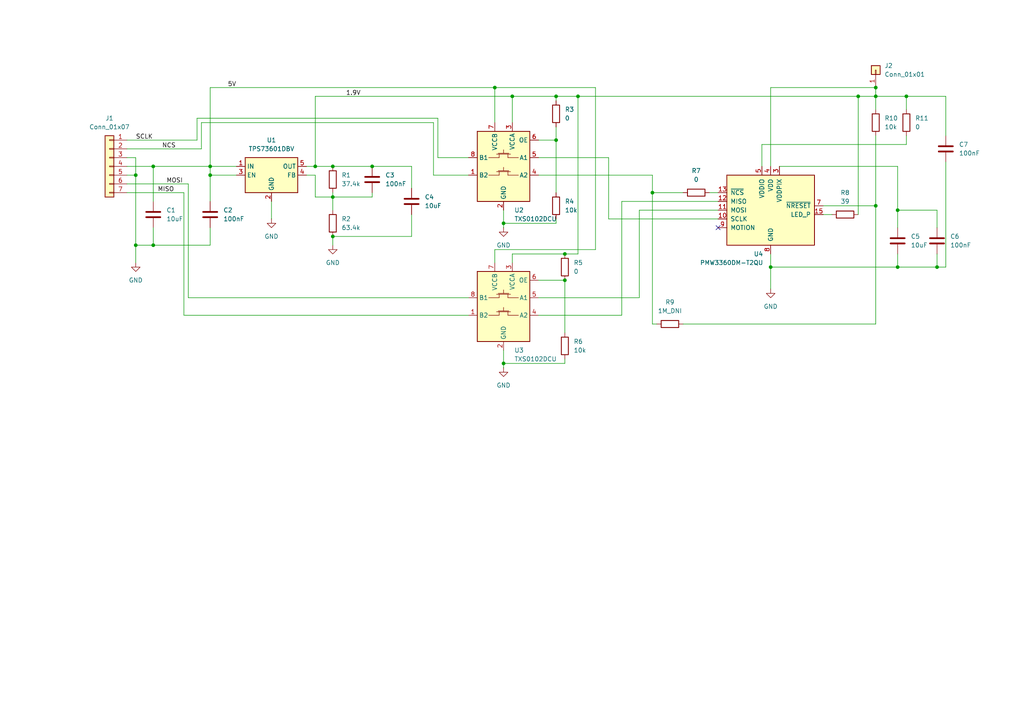
<source format=kicad_sch>
(kicad_sch (version 20250114) (generator "eeschema") (generator_version "9.0")
  (paper "A4")
  (title_block (title "Keyball Trackball PCB") (date "2025-11-21") (rev "1.0"))
  (lib_symbols
    (symbol "Connector_Generic:Conn_01x01" (pin_names (offset 1.016) (hide yes))
      (property "Reference" "J" (at 0 2.54 0))
      (property "Value" "Conn_01x01" (at 0 -2.54 0))
      (symbol "Conn_01x01_1_1"
        (rectangle (start -1.27 1.27) (end 1.27 -1.27) (stroke (width 0.254)) (fill (type background)))
        (rectangle (start -1.27 0.127) (end 0 -0.127) (stroke (width 0.1524)))
        (pin passive line (at -5.08 0 0) (length 3.81) (name "Pin_1") (number "1"))
      )
    )
    (symbol "Connector_Generic:Conn_01x07" (pin_names (offset 1.016) (hide yes))
      (property "Reference" "J" (at 0 10.16 0))
      (property "Value" "Conn_01x07" (at 0 -10.16 0))
      (symbol "Conn_01x07_1_1"
        (rectangle (start -1.27 8.89) (end 1.27 -8.89) (stroke (width 0.254)) (fill (type background)))
        (rectangle (start -1.27 7.747) (end 0 7.493) (stroke (width 0.1524)))
        (rectangle (start -1.27 5.207) (end 0 4.953) (stroke (width 0.1524)))
        (rectangle (start -1.27 2.667) (end 0 2.413) (stroke (width 0.1524)))
        (rectangle (start -1.27 0.127) (end 0 -0.127) (stroke (width 0.1524)))
        (rectangle (start -1.27 -2.413) (end 0 -2.667) (stroke (width 0.1524)))
        (rectangle (start -1.27 -4.953) (end 0 -5.207) (stroke (width 0.1524)))
        (rectangle (start -1.27 -7.493) (end 0 -7.747) (stroke (width 0.1524)))
        (pin passive line (at -5.08 7.62 0) (length 3.81) (name "Pin_1") (number "1"))
        (pin passive line (at -5.08 5.08 0) (length 3.81) (name "Pin_2") (number "2"))
        (pin passive line (at -5.08 2.54 0) (length 3.81) (name "Pin_3") (number "3"))
        (pin passive line (at -5.08 0 0) (length 3.81) (name "Pin_4") (number "4"))
        (pin passive line (at -5.08 -2.54 0) (length 3.81) (name "Pin_5") (number "5"))
        (pin passive line (at -5.08 -5.08 0) (length 3.81) (name "Pin_6") (number "6"))
        (pin passive line (at -5.08 -7.62 0) (length 3.81) (name "Pin_7") (number "7"))
      )
    )
    (symbol "Device:C" (pin_numbers (hide yes)) (pin_names (offset 0.254))
      (property "Reference" "C" (at 0.635 2.54 0))
      (property "Value" "C" (at 0.635 -2.54 0))
      (symbol "C_0_1"
        (polyline (pts (xy -2.032 0.762) (xy 2.032 0.762)) (stroke (width 0.508)))
        (polyline (pts (xy -2.032 -0.762) (xy 2.032 -0.762)) (stroke (width 0.508)))
      )
      (symbol "C_1_1"
        (pin passive line (at 0 3.81 270) (length 2.794) (name "~") (number "1"))
        (pin passive line (at 0 -3.81 90) (length 2.794) (name "~") (number "2"))
      )
    )
    (symbol "Device:R" (pin_numbers (hide yes)) (pin_names (offset 0))
      (property "Reference" "R" (at 2.032 0 90))
      (property "Value" "R" (at 0 0 90))
      (symbol "R_0_1"
        (rectangle (start -1.016 -2.54) (end 1.016 2.54) (stroke (width 0.254)))
      )
      (symbol "R_1_1"
        (pin passive line (at 0 3.81 270) (length 1.27) (name "~") (number "1"))
        (pin passive line (at 0 -3.81 90) (length 1.27) (name "~") (number "2"))
      )
    )
    (symbol "Logic_LevelTranslator:TXS0102DCU"
      (property "Reference" "U" (at -6.35 11.43 0))
      (property "Value" "TXS0102DCU" (at 3.81 11.43 0))
      (symbol "TXS0102DCU_0_1"
        (rectangle (start -7.62 10.16) (end 7.62 -10.16) (stroke (width 0.254)) (fill (type background)))
        (polyline (pts (xy -4.318 -2.54) (xy -1.27 -2.54)))
        (polyline (pts (xy -2.032 -1.524) (xy 2.032 -1.524)))
        (polyline (pts (xy -1.524 -1.27) (xy 1.524 -1.27)))
        (polyline (pts (xy -1.27 -2.54) (xy -1.27 -1.524)))
        (polyline (pts (xy 0 -1.27) (xy 0 -0.254)))
        (polyline (pts (xy 1.27 -2.54) (xy 1.27 -1.524)))
        (polyline (pts (xy 4.318 -2.54) (xy 1.27 -2.54)))
      )
      (symbol "TXS0102DCU_1_1"
        (polyline (pts (xy -4.318 2.54) (xy -1.27 2.54)))
        (polyline (pts (xy -2.032 3.556) (xy 2.032 3.556)))
        (polyline (pts (xy -1.524 3.81) (xy 1.524 3.81)))
        (polyline (pts (xy -1.27 2.54) (xy -1.27 3.556)))
        (polyline (pts (xy 0 3.81) (xy 0 4.826)))
        (polyline (pts (xy 1.27 2.54) (xy 1.27 3.556)))
        (polyline (pts (xy 4.318 2.54) (xy 1.27 2.54)))
        (pin input line (at -10.16 7.62 0) (length 2.54) (name "OE") (number "6"))
        (pin bidirectional line (at -10.16 2.54 0) (length 2.54) (name "A1") (number "5"))
        (pin bidirectional line (at -10.16 -2.54 0) (length 2.54) (name "A2") (number "4"))
        (pin power_in line (at -2.54 12.7 270) (length 2.54) (name "VCCA") (number "3"))
        (pin power_in line (at 0 -12.7 90) (length 2.54) (name "GND") (number "2"))
        (pin power_in line (at 2.54 12.7 270) (length 2.54) (name "VCCB") (number "7"))
        (pin bidirectional line (at 10.16 2.54 180) (length 2.54) (name "B1") (number "8"))
        (pin bidirectional line (at 10.16 -2.54 180) (length 2.54) (name "B2") (number "1"))
      )
    )
    (symbol "Regulator_Linear:TPS73601DBV"
      (property "Reference" "U" (at -6.35 6.35 0))
      (property "Value" "TPS73601DBV" (at 0 6.35 0))
      (symbol "TPS73601DBV_0_1"
        (rectangle (start -7.62 -5.08) (end 7.62 5.08) (stroke (width 0.254)) (fill (type background)))
      )
      (symbol "TPS73601DBV_1_1"
        (pin power_in line (at -10.16 2.54 0) (length 2.54) (name "IN") (number "1"))
        (pin input line (at -10.16 0 0) (length 2.54) (name "EN") (number "3"))
        (pin power_in line (at 0 -7.62 90) (length 2.54) (name "GND") (number "2"))
        (pin power_out line (at 10.16 2.54 180) (length 2.54) (name "OUT") (number "5"))
        (pin input line (at 10.16 0 180) (length 2.54) (name "FB") (number "4"))
      )
    )
    (symbol "Sensor_Optical_rhssk:PMW3360DM-T2QU" (pin_names (offset 1.016))
      (property "Reference" "U" (at -15.24 21.59 0))
      (property "Value" "PMW3360DM-T2QU" (at -15.24 19.05 0))
      (symbol "PMW3360DM-T2QU_0_1"
        (rectangle (start -12.7 17.78) (end 12.7 -2.54) (stroke (width 0.254)) (fill (type background)))
      )
      (symbol "PMW3360DM-T2QU_1_1"
        (pin input line (at -15.24 8.89 0) (length 2.54) (name "~{NRESET}") (number "7"))
        (pin input line (at -15.24 6.35 0) (length 2.54) (name "LED_P") (number "15"))
        (pin no_connect line (at -10.16 -5.08 90) (length 2.54) (hide yes) (name "NC") (number "1"))
        (pin no_connect line (at -7.62 -5.08 90) (length 2.54) (hide yes) (name "NC") (number "2"))
        (pin power_in line (at -2.54 20.32 270) (length 2.54) (name "VDDPIX") (number "3"))
        (pin power_in line (at 0 20.32 270) (length 2.54) (name "VDD") (number "4"))
        (pin power_in line (at 0 -5.08 90) (length 2.54) (name "GND") (number "8"))
        (pin power_in line (at 2.54 20.32 270) (length 2.54) (name "VDDIO") (number "5"))
        (pin no_connect line (at 5.08 -5.08 90) (length 2.54) (hide yes) (name "NC") (number "6"))
        (pin no_connect line (at 7.62 -5.08 90) (length 2.54) (hide yes) (name "NC") (number "14"))
        (pin no_connect line (at 10.16 -5.08 90) (length 2.54) (hide yes) (name "NC") (number "16"))
        (pin input line (at 15.24 12.7 180) (length 2.54) (name "~{NCS}") (number "13"))
        (pin output line (at 15.24 10.16 180) (length 2.54) (name "MISO") (number "12"))
        (pin input line (at 15.24 7.62 180) (length 2.54) (name "MOSI") (number "11"))
        (pin input line (at 15.24 5.08 180) (length 2.54) (name "SCLK") (number "10"))
        (pin output line (at 15.24 2.54 180) (length 2.54) (name "MOTION") (number "9"))
      )
    )
    (symbol "power:GND" (power) (pin_numbers (hide yes)) (pin_names (offset 0) (hide yes))
      (property "Value" "GND" (at 0 -3.81 0))
      (symbol "GND_0_1"
        (polyline (pts (xy 0 0) (xy 0 -1.27) (xy 1.27 -1.27) (xy 0 -2.54) (xy -1.27 -1.27) (xy 0 -1.27)))
      )
      (symbol "GND_1_1"
        (pin power_in line (at 0 0 270) (length 0) (name "~") (number "1"))
      )
    )
  )
  (junction (at 44.45 48.26))
  (junction (at 39.37 71.12))
  (junction (at 163.83 81.28))
  (junction (at 254 59.69))
  (junction (at 96.52 57.15))
  (junction (at 161.29 40.64))
  (junction (at 39.37 50.8))
  (junction (at 163.83 73.66))
  (junction (at 60.96 50.8))
  (junction (at 91.44 48.26))
  (junction (at 60.96 48.26))
  (junction (at 96.52 48.26))
  (junction (at 254 27.94))
  (junction (at 254 25.4))
  (junction (at 248.92 27.94))
  (junction (at 161.29 27.94))
  (junction (at 148.59 27.94))
  (junction (at 167.64 27.94))
  (junction (at 107.95 48.26))
  (junction (at 260.35 60.96))
  (junction (at 143.51 25.4))
  (junction (at 189.23 55.88))
  (junction (at 146.05 64.77))
  (junction (at 146.05 105.41))
  (junction (at 271.78 77.47))
  (junction (at 260.35 77.47))
  (junction (at 223.52 77.47))
  (junction (at 262.89 27.94))
  (junction (at 44.45 71.12))
  (junction (at 96.52 68.58))
  (no_connect (at 208.28 66.04))
  (wire (pts (xy 260.35 60.96) (xy 271.78 60.96)))
  (wire (pts (xy 91.44 57.15) (xy 96.52 57.15)))
  (wire (pts (xy 274.32 27.94) (xy 274.32 39.37)))
  (wire (pts (xy 60.96 50.8) (xy 68.58 50.8)))
  (wire (pts (xy 91.44 27.94) (xy 148.59 27.94)))
  (wire (pts (xy 78.74 58.42) (xy 78.74 63.5)))
  (wire (pts (xy 163.83 105.41) (xy 146.05 105.41)))
  (wire (pts (xy 189.23 50.8) (xy 189.23 55.88)))
  (wire (pts (xy 127 34.29) (xy 127 45.72)))
  (wire (pts (xy 119.38 62.23) (xy 119.38 68.58)))
  (wire (pts (xy 148.59 73.66) (xy 148.59 76.2)))
  (wire (pts (xy 223.52 77.47) (xy 223.52 83.82)))
  (wire (pts (xy 172.72 25.4) (xy 172.72 72.39)))
  (wire (pts (xy 146.05 105.41) (xy 146.05 101.6)))
  (wire (pts (xy 220.98 41.91) (xy 220.98 48.26)))
  (wire (pts (xy 146.05 64.77) (xy 146.05 66.04)))
  (wire (pts (xy 96.52 57.15) (xy 96.52 60.96)))
  (wire (pts (xy 44.45 48.26) (xy 44.45 58.42)))
  (wire (pts (xy 148.59 27.94) (xy 161.29 27.94)))
  (wire (pts (xy 119.38 48.26) (xy 119.38 54.61)))
  (wire (pts (xy 60.96 48.26) (xy 60.96 25.4)))
  (wire (pts (xy 189.23 55.88) (xy 198.12 55.88)))
  (wire (pts (xy 54.61 53.34) (xy 54.61 86.36)))
  (wire (pts (xy 91.44 48.26) (xy 91.44 27.94)))
  (wire (pts (xy 189.23 55.88) (xy 189.23 93.98)))
  (wire (pts (xy 180.34 91.44) (xy 156.21 91.44)))
  (wire (pts (xy 148.59 27.94) (xy 148.59 35.56)))
  (wire (pts (xy 156.21 50.8) (xy 189.23 50.8)))
  (wire (pts (xy 36.83 45.72) (xy 39.37 45.72)))
  (wire (pts (xy 271.78 77.47) (xy 274.32 77.47)))
  (wire (pts (xy 91.44 48.26) (xy 96.52 48.26)))
  (wire (pts (xy 205.74 55.88) (xy 208.28 55.88)))
  (wire (pts (xy 96.52 48.26) (xy 107.95 48.26)))
  (wire (pts (xy 163.83 81.28) (xy 163.83 96.52)))
  (wire (pts (xy 125.73 35.56) (xy 125.73 50.8)))
  (wire (pts (xy 36.83 53.34) (xy 54.61 53.34)))
  (wire (pts (xy 208.28 58.42) (xy 180.34 58.42)))
  (wire (pts (xy 260.35 77.47) (xy 223.52 77.47)))
  (wire (pts (xy 96.52 57.15) (xy 107.95 57.15)))
  (wire (pts (xy 167.64 27.94) (xy 167.64 73.66)))
  (wire (pts (xy 262.89 27.94) (xy 262.89 31.75)))
  (wire (pts (xy 254 93.98) (xy 198.12 93.98)))
  (wire (pts (xy 223.52 48.26) (xy 223.52 25.4)))
  (wire (pts (xy 262.89 27.94) (xy 274.32 27.94)))
  (wire (pts (xy 39.37 45.72) (xy 39.37 50.8)))
  (wire (pts (xy 254 27.94) (xy 254 31.75)))
  (wire (pts (xy 161.29 27.94) (xy 167.64 27.94)))
  (wire (pts (xy 161.29 40.64) (xy 161.29 55.88)))
  (wire (pts (xy 271.78 73.66) (xy 271.78 77.47)))
  (wire (pts (xy 146.05 105.41) (xy 146.05 106.68)))
  (wire (pts (xy 185.42 60.96) (xy 185.42 86.36)))
  (wire (pts (xy 57.15 34.29) (xy 127 34.29)))
  (wire (pts (xy 44.45 71.12) (xy 60.96 71.12)))
  (wire (pts (xy 156.21 45.72) (xy 176.53 45.72)))
  (wire (pts (xy 262.89 39.37) (xy 262.89 41.91)))
  (wire (pts (xy 271.78 60.96) (xy 271.78 66.04)))
  (wire (pts (xy 248.92 27.94) (xy 254 27.94)))
  (wire (pts (xy 260.35 73.66) (xy 260.35 77.47)))
  (wire (pts (xy 54.61 86.36) (xy 135.89 86.36)))
  (wire (pts (xy 60.96 66.04) (xy 60.96 71.12)))
  (wire (pts (xy 36.83 43.18) (xy 58.42 43.18)))
  (wire (pts (xy 57.15 40.64) (xy 57.15 34.29)))
  (wire (pts (xy 44.45 48.26) (xy 60.96 48.26)))
  (wire (pts (xy 119.38 68.58) (xy 96.52 68.58)))
  (wire (pts (xy 161.29 27.94) (xy 161.29 29.21)))
  (wire (pts (xy 53.34 91.44) (xy 135.89 91.44)))
  (wire (pts (xy 271.78 77.47) (xy 260.35 77.47)))
  (wire (pts (xy 91.44 50.8) (xy 91.44 57.15)))
  (wire (pts (xy 60.96 25.4) (xy 143.51 25.4)))
  (wire (pts (xy 172.72 72.39) (xy 143.51 72.39)))
  (wire (pts (xy 148.59 73.66) (xy 163.83 73.66)))
  (wire (pts (xy 143.51 72.39) (xy 143.51 76.2)))
  (wire (pts (xy 226.06 48.26) (xy 260.35 48.26)))
  (wire (pts (xy 96.52 55.88) (xy 96.52 57.15)))
  (wire (pts (xy 88.9 50.8) (xy 91.44 50.8)))
  (wire (pts (xy 189.23 93.98) (xy 190.5 93.98)))
  (wire (pts (xy 156.21 81.28) (xy 163.83 81.28)))
  (wire (pts (xy 248.92 27.94) (xy 248.92 62.23)))
  (wire (pts (xy 176.53 45.72) (xy 176.53 63.5)))
  (wire (pts (xy 96.52 68.58) (xy 96.52 71.12)))
  (wire (pts (xy 223.52 73.66) (xy 223.52 77.47)))
  (wire (pts (xy 60.96 48.26) (xy 68.58 48.26)))
  (wire (pts (xy 260.35 60.96) (xy 260.35 66.04)))
  (wire (pts (xy 262.89 41.91) (xy 220.98 41.91)))
  (wire (pts (xy 36.83 48.26) (xy 44.45 48.26)))
  (wire (pts (xy 163.83 73.66) (xy 167.64 73.66)))
  (wire (pts (xy 254 27.94) (xy 254 25.4)))
  (wire (pts (xy 185.42 86.36) (xy 156.21 86.36)))
  (wire (pts (xy 254 59.69) (xy 238.76 59.69)))
  (wire (pts (xy 127 45.72) (xy 135.89 45.72)))
  (wire (pts (xy 254 59.69) (xy 254 93.98)))
  (wire (pts (xy 107.95 57.15) (xy 107.95 55.88)))
  (wire (pts (xy 36.83 50.8) (xy 39.37 50.8)))
  (wire (pts (xy 107.95 48.26) (xy 119.38 48.26)))
  (wire (pts (xy 238.76 62.23) (xy 241.3 62.23)))
  (wire (pts (xy 260.35 48.26) (xy 260.35 60.96)))
  (wire (pts (xy 208.28 60.96) (xy 185.42 60.96)))
  (wire (pts (xy 39.37 71.12) (xy 44.45 71.12)))
  (wire (pts (xy 125.73 50.8) (xy 135.89 50.8)))
  (wire (pts (xy 223.52 25.4) (xy 254 25.4)))
  (wire (pts (xy 44.45 66.04) (xy 44.45 71.12)))
  (wire (pts (xy 254 27.94) (xy 262.89 27.94)))
  (wire (pts (xy 60.96 48.26) (xy 60.96 50.8)))
  (wire (pts (xy 60.96 58.42) (xy 60.96 50.8)))
  (wire (pts (xy 176.53 63.5) (xy 208.28 63.5)))
  (wire (pts (xy 146.05 64.77) (xy 161.29 64.77)))
  (wire (pts (xy 39.37 71.12) (xy 39.37 76.2)))
  (wire (pts (xy 163.83 104.14) (xy 163.83 105.41)))
  (wire (pts (xy 146.05 60.96) (xy 146.05 64.77)))
  (wire (pts (xy 39.37 50.8) (xy 39.37 71.12)))
  (wire (pts (xy 161.29 63.5) (xy 161.29 64.77)))
  (wire (pts (xy 274.32 77.47) (xy 274.32 46.99)))
  (wire (pts (xy 156.21 40.64) (xy 161.29 40.64)))
  (wire (pts (xy 180.34 58.42) (xy 180.34 91.44)))
  (wire (pts (xy 58.42 35.56) (xy 125.73 35.56)))
  (wire (pts (xy 88.9 48.26) (xy 91.44 48.26)))
  (wire (pts (xy 167.64 27.94) (xy 248.92 27.94)))
  (wire (pts (xy 53.34 55.88) (xy 53.34 91.44)))
  (wire (pts (xy 36.83 55.88) (xy 53.34 55.88)))
  (wire (pts (xy 143.51 25.4) (xy 143.51 35.56)))
  (wire (pts (xy 161.29 40.64) (xy 161.29 36.83)))
  (wire (pts (xy 36.83 40.64) (xy 57.15 40.64)))
  (wire (pts (xy 143.51 25.4) (xy 172.72 25.4)))
  (wire (pts (xy 58.42 43.18) (xy 58.42 35.56)))
  (wire (pts (xy 254 39.37) (xy 254 59.69)))
  (label "NCS" (at 46.99 43.18 0))
  (label "MOSI" (at 48.26 53.34 0))
  (label "1.9V" (at 100.33 27.94 0))
  (label "SCLK" (at 39.37 40.64 0))
  (label "MISO" (at 45.72 55.88 0))
  (label "5V" (at 66.04 25.4 0))
  (symbol (lib_id "power:GND") (at 146.05 66.04 0) (unit 1)
    (property "Reference" "#PWR03" (effects (hide yes)))
    (property "Value" "GND" (at 146.05 71.12 0))
    (property "Description" "Power symbol creates a global label with name \"GND\" , ground" (effects (hide yes)))
  )
  (symbol (lib_id "power:GND") (at 223.52 83.82 0) (unit 1)
    (property "Reference" "#PWR06" (effects (hide yes)))
    (property "Value" "GND" (at 223.52 88.9 0))
    (property "Description" "Power symbol creates a global label with name \"GND\" , ground" (effects (hide yes)))
  )
  (symbol (lib_id "power:GND") (at 146.05 106.68 0) (unit 1)
    (property "Reference" "#PWR05" (effects (hide yes)))
    (property "Value" "GND" (at 146.05 111.76 0))
    (property "Description" "Power symbol creates a global label with name \"GND\" , ground" (effects (hide yes)))
  )
  (symbol (lib_id "Device:R") (at 201.93 55.88 90) (unit 1)
    (property "Reference" "R7" (at 201.93 49.53 90))
    (property "Value" "0" (at 201.93 52.07 90))
    (property "Footprint" "Resistor_SMD:R_0603_1608Metric_Pad0.98x0.95mm_HandSolder" (effects (hide yes)))
    (property "Description" "Resistor" (effects (hide yes)))
  )
  (symbol (lib_id "power:GND") (at 96.52 71.12 0) (unit 1)
    (property "Reference" "#PWR04" (effects (hide yes)))
    (property "Value" "GND" (at 96.52 76.2 0))
    (property "Description" "Power symbol creates a global label with name \"GND\" , ground" (effects (hide yes)))
  )
  (symbol (lib_id "Device:R") (at 161.29 59.69 0) (unit 1)
    (property "Reference" "R4" (at 163.83 58.4199 0) (effects (justify left)))
    (property "Value" "10k" (at 163.83 60.9599 0) (effects (justify left)))
    (property "Footprint" "Resistor_SMD:R_0603_1608Metric_Pad0.98x0.95mm_HandSolder" (effects (hide yes)))
    (property "Description" "Resistor" (effects (hide yes)))
  )
  (symbol (lib_id "Device:R") (at 254 35.56 0) (unit 1)
    (property "Reference" "R10" (at 256.54 34.2899 0) (effects (justify left)))
    (property "Value" "10k" (at 256.54 36.8299 0) (effects (justify left)))
    (property "Footprint" "Resistor_SMD:R_0603_1608Metric_Pad0.98x0.95mm_HandSolder" (effects (hide yes)))
    (property "Description" "Resistor" (effects (hide yes)))
  )
  (symbol (lib_id "Device:C") (at 119.38 58.42 0) (unit 1)
    (property "Reference" "C4" (at 123.19 57.1499 0) (effects (justify left)))
    (property "Value" "10uF" (at 123.19 59.6899 0) (effects (justify left)))
    (property "Footprint" "Capacitor_SMD:C_0603_1608Metric_Pad1.08x0.95mm_HandSolder" (effects (hide yes)))
    (property "Description" "Unpolarized capacitor" (effects (hide yes)))
  )
  (symbol (lib_id "Connector_Generic:Conn_01x01") (at 254 20.32 90) (unit 1)
    (property "Reference" "J2" (at 256.54 19.0499 90) (effects (justify right)))
    (property "Value" "Conn_01x01" (at 256.54 21.5899 90) (effects (justify right)))
    (property "Footprint" "Connector_PinHeader_2.54mm:PinHeader_1x01_P2.54mm_Vertical" (effects (hide yes)))
    (property "Description" "Generic connector, single row, 01x01, script generated (kicad-library-utils/schlib/autogen/connector/)" (effects (hide yes)))
  )
  (symbol (lib_id "Logic_LevelTranslator:TXS0102DCU") (at 146.05 88.9 0) (mirror y) (unit 1)
    (property "Reference" "U3" (at 149.1681 101.6 0) (effects (justify right)))
    (property "Value" "TXS0102DCU" (at 149.1681 104.14 0) (effects (justify right)))
    (property "Footprint" "Package_SO:VSSOP-8_2.3x2mm_P0.5mm" (effects (hide yes)))
    (property "Datasheet" "http://www.ti.com/lit/gpn/txs0102" (effects (hide yes)))
    (property "Description" "2-Bit Bidirectional Voltage-Level Shifter for Open-Drain and Push-Pull Application, VSSOP-8" (effects (hide yes)))
  )
  (symbol (lib_id "Device:C") (at 60.96 62.23 0) (unit 1)
    (property "Reference" "C2" (at 64.77 60.9599 0) (effects (justify left)))
    (property "Value" "100nF" (at 64.77 63.4999 0) (effects (justify left)))
    (property "Footprint" "Capacitor_SMD:C_0603_1608Metric_Pad1.08x0.95mm_HandSolder" (effects (hide yes)))
    (property "Description" "Unpolarized capacitor" (effects (hide yes)))
  )
  (symbol (lib_id "Regulator_Linear:TPS73601DBV") (at 78.74 50.8 0) (unit 1)
    (property "Reference" "U1" (at 78.74 40.64 0))
    (property "Value" "TPS73601DBV" (at 78.74 43.18 0))
    (property "Footprint" "Package_TO_SOT_SMD:SOT-23-5" (effects (hide yes)))
    (property "Datasheet" "http://www.ti.com/lit/ds/symlink/tps736.pdf" (effects (hide yes)))
    (property "Description" "Cap free NMOS 400mA Low Drop Adjustable Out Regulator, SOT-23-5" (effects (hide yes)))
  )
  (symbol (lib_id "Logic_LevelTranslator:TXS0102DCU") (at 146.05 48.26 0) (mirror y) (unit 1)
    (property "Reference" "U2" (at 149.1681 60.96 0) (effects (justify right)))
    (property "Value" "TXS0102DCU" (at 149.1681 63.5 0) (effects (justify right)))
    (property "Footprint" "Package_SO:VSSOP-8_2.3x2mm_P0.5mm" (effects (hide yes)))
    (property "Datasheet" "http://www.ti.com/lit/gpn/txs0102" (effects (hide yes)))
    (property "Description" "2-Bit Bidirectional Voltage-Level Shifter for Open-Drain and Push-Pull Application, VSSOP-8" (effects (hide yes)))
  )
  (symbol (lib_id "Device:C") (at 260.35 69.85 0) (unit 1)
    (property "Reference" "C5" (at 264.16 68.5799 0) (effects (justify left)))
    (property "Value" "10uF" (at 264.16 71.1199 0) (effects (justify left)))
    (property "Footprint" "Capacitor_SMD:C_0603_1608Metric_Pad1.08x0.95mm_HandSolder" (effects (hide yes)))
    (property "Description" "Unpolarized capacitor" (effects (hide yes)))
  )
  (symbol (lib_id "power:GND") (at 78.74 63.5 0) (unit 1)
    (property "Reference" "#PWR02" (effects (hide yes)))
    (property "Value" "GND" (at 78.74 68.58 0))
    (property "Description" "Power symbol creates a global label with name \"GND\" , ground" (effects (hide yes)))
  )
  (symbol (lib_id "Device:C") (at 44.45 62.23 0) (unit 1)
    (property "Reference" "C1" (at 48.26 60.9599 0) (effects (justify left)))
    (property "Value" "10uF" (at 48.26 63.4999 0) (effects (justify left)))
    (property "Footprint" "Capacitor_SMD:C_0603_1608Metric_Pad1.08x0.95mm_HandSolder" (effects (hide yes)))
    (property "Description" "Unpolarized capacitor" (effects (hide yes)))
  )
  (symbol (lib_id "Device:R") (at 163.83 77.47 0) (unit 1)
    (property "Reference" "R5" (at 166.37 76.1999 0) (effects (justify left)))
    (property "Value" "0" (at 166.37 78.7399 0) (effects (justify left)))
    (property "Footprint" "Resistor_SMD:R_0603_1608Metric_Pad0.98x0.95mm_HandSolder" (effects (hide yes)))
    (property "Description" "Resistor" (effects (hide yes)))
  )
  (symbol (lib_id "Device:R") (at 96.52 64.77 0) (unit 1)
    (property "Reference" "R2" (at 99.06 63.4999 0) (effects (justify left)))
    (property "Value" "63.4k" (at 99.06 66.0399 0) (effects (justify left)))
    (property "Footprint" "Resistor_SMD:R_0603_1608Metric_Pad0.98x0.95mm_HandSolder" (effects (hide yes)))
    (property "Description" "Resistor" (effects (hide yes)))
  )
  (symbol (lib_id "Device:R") (at 163.83 100.33 0) (unit 1)
    (property "Reference" "R6" (at 166.37 99.0599 0) (effects (justify left)))
    (property "Value" "10k" (at 166.37 101.5999 0) (effects (justify left)))
    (property "Footprint" "Resistor_SMD:R_0603_1608Metric_Pad0.98x0.95mm_HandSolder" (effects (hide yes)))
    (property "Description" "Resistor" (effects (hide yes)))
  )
  (symbol (lib_id "Device:R") (at 161.29 33.02 0) (unit 1)
    (property "Reference" "R3" (at 163.83 31.7499 0) (effects (justify left)))
    (property "Value" "0" (at 163.83 34.2899 0) (effects (justify left)))
    (property "Footprint" "Resistor_SMD:R_0603_1608Metric_Pad0.98x0.95mm_HandSolder" (effects (hide yes)))
    (property "Description" "Resistor" (effects (hide yes)))
  )
  (symbol (lib_id "Device:C") (at 271.78 69.85 0) (unit 1)
    (property "Reference" "C6" (at 275.59 68.5799 0) (effects (justify left)))
    (property "Value" "100nF" (at 275.59 71.1199 0) (effects (justify left)))
    (property "Footprint" "Capacitor_SMD:C_0603_1608Metric_Pad1.08x0.95mm_HandSolder" (effects (hide yes)))
    (property "Description" "Unpolarized capacitor" (effects (hide yes)))
  )
  (symbol (lib_id "Sensor_Optical_rhssk:PMW3360DM-T2QU") (at 223.52 68.58 0) (mirror y) (unit 1)
    (property "Reference" "U4" (at 221.3767 73.66 0) (effects (justify left)))
    (property "Value" "PMW3360DM-T2QU" (at 221.3767 76.2 0) (effects (justify left)))
    (property "Footprint" "Pixart:PMW3360DM-T2QU" (effects (hide yes)))
    (property "Datasheet" "https://www.pixart.com/_getfs.php?tb=product&id=10&fs=ck2_fs_en" (effects (hide yes)))
    (property "Description" "High-end gaming integrated chip in 16-pin molded lead-frame DIP package" (effects (hide yes)))
  )
  (symbol (lib_id "Device:R") (at 194.31 93.98 270) (unit 1)
    (property "Reference" "R9" (at 194.31 87.63 90))
    (property "Value" "1M_DNI" (at 194.31 90.17 90))
    (property "Footprint" "Resistor_SMD:R_0603_1608Metric_Pad0.98x0.95mm_HandSolder" (effects (hide yes)))
    (property "Description" "Resistor" (effects (hide yes)))
  )
  (symbol (lib_id "Connector_Generic:Conn_01x07") (at 31.75 48.26 0) (mirror y) (unit 1)
    (property "Reference" "J1" (at 31.75 34.29 0))
    (property "Value" "Conn_01x07" (at 31.75 36.83 0))
    (property "Footprint" "Connector_PinHeader_2.54mm:PinHeader_1x07_P2.54mm_Vertical" (effects (hide yes)))
    (property "Description" "Generic connector, single row, 01x07, script generated (kicad-library-utils/schlib/autogen/connector/)" (effects (hide yes)))
  )
  (symbol (lib_id "Device:C") (at 274.32 43.18 0) (unit 1)
    (property "Reference" "C7" (at 278.13 41.9099 0) (effects (justify left)))
    (property "Value" "100nF" (at 278.13 44.4499 0) (effects (justify left)))
    (property "Footprint" "Capacitor_SMD:C_0603_1608Metric_Pad1.08x0.95mm_HandSolder" (effects (hide yes)))
    (property "Description" "Unpolarized capacitor" (effects (hide yes)))
  )
  (symbol (lib_id "Device:C") (at 107.95 52.07 0) (unit 1)
    (property "Reference" "C3" (at 111.76 50.7999 0) (effects (justify left)))
    (property "Value" "100nF" (at 111.76 53.3399 0) (effects (justify left)))
    (property "Footprint" "Capacitor_SMD:C_0603_1608Metric_Pad1.08x0.95mm_HandSolder" (effects (hide yes)))
    (property "Description" "Unpolarized capacitor" (effects (hide yes)))
  )
  (symbol (lib_id "Device:R") (at 96.52 52.07 0) (unit 1)
    (property "Reference" "R1" (at 99.06 50.7999 0) (effects (justify left)))
    (property "Value" "37.4k" (at 99.06 53.3399 0) (effects (justify left)))
    (property "Footprint" "Resistor_SMD:R_0603_1608Metric_Pad0.98x0.95mm_HandSolder" (effects (hide yes)))
    (property "Description" "Resistor" (effects (hide yes)))
  )
  (symbol (lib_id "Device:R") (at 245.11 62.23 270) (unit 1)
    (property "Reference" "R8" (at 245.11 55.88 90))
    (property "Value" "39" (at 245.11 58.42 90))
    (property "Footprint" "Resistor_SMD:R_0603_1608Metric_Pad0.98x0.95mm_HandSolder" (effects (hide yes)))
    (property "Description" "Resistor" (effects (hide yes)))
  )
  (symbol (lib_id "Device:R") (at 262.89 35.56 0) (unit 1)
    (property "Reference" "R11" (at 265.43 34.2899 0) (effects (justify left)))
    (property "Value" "0" (at 265.43 36.8299 0) (effects (justify left)))
    (property "Footprint" "Resistor_SMD:R_0603_1608Metric_Pad0.98x0.95mm_HandSolder" (effects (hide yes)))
    (property "Description" "Resistor" (effects (hide yes)))
  )
  (symbol (lib_id "power:GND") (at 39.37 76.2 0) (unit 1)
    (property "Reference" "#PWR01" (effects (hide yes)))
    (property "Value" "GND" (at 39.37 81.28 0))
    (property "Description" "Power symbol creates a global label with name \"GND\" , ground" (effects (hide yes)))
  )
)
</source>
